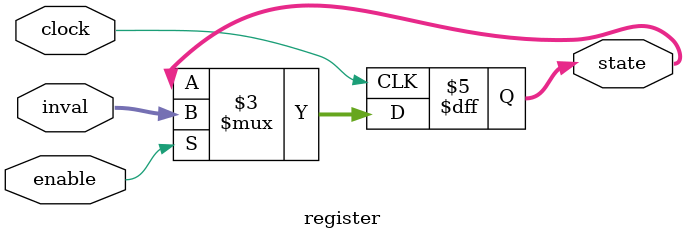
<source format=v>
module register(output reg [1:N]state, input clock, input enable, input [1:N]inval);
                        // reg keyword denotes a flip-flop
    parameter N = 2;

    // initial runs a block when the module is created (initialized)
    initial
        begin
            state = 0;
        end

    // always, similar to 'while true' runs a block when
    // posedge means when the clock becomes positive
    always @(posedge clock)
        begin
            // <= is the asynchronous assignment operator
            // while = is sequential, <= tries to run subsequent
            // assignments at the same time. it is recommended
            // to use asynchronous assignment inside of always blocks
            if(enable) state <= inval;
        end
endmodule //register
</source>
